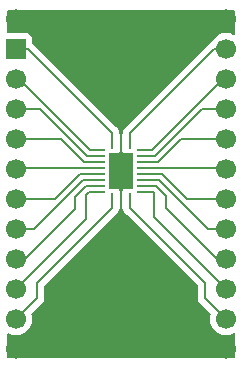
<source format=gtl>
G04 #@! TF.GenerationSoftware,KiCad,Pcbnew,9.0.6*
G04 #@! TF.CreationDate,2026-01-07T17:27:52-06:00*
G04 #@! TF.ProjectId,DHVQFN-20_4.65x3.65_P0.5,44485651-464e-42d3-9230-5f342e363578,rev?*
G04 #@! TF.SameCoordinates,Original*
G04 #@! TF.FileFunction,Copper,L1,Top*
G04 #@! TF.FilePolarity,Positive*
%FSLAX46Y46*%
G04 Gerber Fmt 4.6, Leading zero omitted, Abs format (unit mm)*
G04 Created by KiCad (PCBNEW 9.0.6) date 2026-01-07 17:27:52*
%MOMM*%
%LPD*%
G01*
G04 APERTURE LIST*
G04 #@! TA.AperFunction,SMDPad,CuDef*
%ADD10R,0.280000X1.200000*%
G04 #@! TD*
G04 #@! TA.AperFunction,SMDPad,CuDef*
%ADD11R,1.200000X0.280000*%
G04 #@! TD*
G04 #@! TA.AperFunction,SMDPad,CuDef*
%ADD12R,2.050000X3.049999*%
G04 #@! TD*
G04 #@! TA.AperFunction,ComponentPad*
%ADD13C,0.508000*%
G04 #@! TD*
G04 #@! TA.AperFunction,ComponentPad*
%ADD14C,1.700000*%
G04 #@! TD*
G04 #@! TA.AperFunction,ComponentPad*
%ADD15R,1.700000X1.700000*%
G04 #@! TD*
G04 #@! TA.AperFunction,ViaPad*
%ADD16C,0.600000*%
G04 #@! TD*
G04 #@! TA.AperFunction,Conductor*
%ADD17C,0.200000*%
G04 #@! TD*
G04 APERTURE END LIST*
D10*
X137679999Y-117128771D03*
D11*
X136505000Y-117803771D03*
X136505000Y-118303770D03*
X136505000Y-118803769D03*
X136505000Y-119303770D03*
X136505000Y-119803770D03*
X136505000Y-120303771D03*
X136505000Y-120803770D03*
X136505000Y-121303769D03*
D10*
X137679999Y-121978769D03*
X139180001Y-121978769D03*
D11*
X140355000Y-121303769D03*
X140355000Y-120803770D03*
X140355000Y-120303771D03*
X140355000Y-119803770D03*
X140355000Y-119303770D03*
X140355000Y-118803769D03*
X140355000Y-118303770D03*
X140355000Y-117803771D03*
D10*
X139180001Y-117128771D03*
D12*
X138430000Y-119553770D03*
D13*
X138036300Y-118766370D03*
X138036300Y-119553770D03*
X138036300Y-120341170D03*
X138823700Y-118766370D03*
X138823700Y-119553770D03*
X138823700Y-120341170D03*
D14*
X129540000Y-106680000D03*
D15*
X129540000Y-109220000D03*
D14*
X129540000Y-111760000D03*
X129540000Y-114300000D03*
X129540000Y-116840000D03*
X129540000Y-119380000D03*
X129540000Y-121920000D03*
X129540000Y-124460000D03*
X129540000Y-127000000D03*
X129540000Y-129540000D03*
X129540000Y-132080000D03*
X129540000Y-134620000D03*
X147320000Y-106680000D03*
X147320000Y-109220000D03*
X147320000Y-111760000D03*
X147320000Y-114300000D03*
X147320000Y-116840000D03*
X147320000Y-119380000D03*
X147320000Y-121920000D03*
X147320000Y-124460000D03*
X147320000Y-127000000D03*
X147320000Y-129540000D03*
X147320000Y-132080000D03*
X147320000Y-134620000D03*
D16*
X138430000Y-129540000D03*
X138430000Y-109220000D03*
X138430000Y-115824000D03*
X138430000Y-123190000D03*
D17*
X131318000Y-130302000D02*
X129540000Y-132080000D01*
X137679999Y-121978769D02*
X137679999Y-122670001D01*
X137679999Y-122670001D02*
X131318000Y-129032000D01*
X131318000Y-129032000D02*
X131318000Y-130302000D01*
X136505000Y-118303770D02*
X135575770Y-118303770D01*
X135575770Y-118303770D02*
X131572000Y-114300000D01*
X131572000Y-114300000D02*
X129540000Y-114300000D01*
X134958230Y-119803770D02*
X132842000Y-121920000D01*
X136505000Y-119803770D02*
X134958230Y-119803770D01*
X132842000Y-121920000D02*
X129540000Y-121920000D01*
X134500000Y-122802000D02*
X130302000Y-127000000D01*
X135482230Y-120803770D02*
X134500000Y-121786000D01*
X130302000Y-127000000D02*
X129540000Y-127000000D01*
X134500000Y-121786000D02*
X134500000Y-122802000D01*
X136505000Y-120803770D02*
X135482230Y-120803770D01*
X137679999Y-117128771D02*
X137679999Y-116343999D01*
X137679999Y-116343999D02*
X130556000Y-109220000D01*
X130556000Y-109220000D02*
X129540000Y-109220000D01*
X136505000Y-120303771D02*
X135220229Y-120303771D01*
X135220229Y-120303771D02*
X131064000Y-124460000D01*
X131064000Y-124460000D02*
X129540000Y-124460000D01*
X135837771Y-117803771D02*
X129794000Y-111760000D01*
X136505000Y-117803771D02*
X135837771Y-117803771D01*
X129794000Y-111760000D02*
X129540000Y-111760000D01*
X141022229Y-117803771D02*
X147066000Y-111760000D01*
X140355000Y-117803771D02*
X141022229Y-117803771D01*
X147066000Y-111760000D02*
X147320000Y-111760000D01*
X139180001Y-117128771D02*
X139180001Y-116343999D01*
X139180001Y-116343999D02*
X146304000Y-109220000D01*
X146304000Y-109220000D02*
X147320000Y-109220000D01*
X141284230Y-118303770D02*
X145288000Y-114300000D01*
X140355000Y-118303770D02*
X141284230Y-118303770D01*
X145288000Y-114300000D02*
X147320000Y-114300000D01*
X136505000Y-121303769D02*
X135744231Y-121303769D01*
X135500000Y-123580000D02*
X129540000Y-129540000D01*
X135500000Y-121548000D02*
X135500000Y-123580000D01*
X135744231Y-121303769D02*
X135500000Y-121548000D01*
X145796000Y-124460000D02*
X147320000Y-124460000D01*
X140355000Y-120303771D02*
X141639771Y-120303771D01*
X141639771Y-120303771D02*
X145796000Y-124460000D01*
X138430000Y-116332000D02*
X138430000Y-122809000D01*
X140355000Y-119303770D02*
X147243770Y-119303770D01*
X147243770Y-119303770D02*
X147320000Y-119380000D01*
X144018000Y-121920000D02*
X147320000Y-121920000D01*
X140355000Y-119803770D02*
X141901770Y-119803770D01*
X141901770Y-119803770D02*
X144018000Y-121920000D01*
X141546231Y-118803769D02*
X143510000Y-116840000D01*
X143510000Y-116840000D02*
X147320000Y-116840000D01*
X140355000Y-118803769D02*
X141546231Y-118803769D01*
X136505000Y-119303770D02*
X129616230Y-119303770D01*
X129616230Y-119303770D02*
X129540000Y-119380000D01*
X136505000Y-118803769D02*
X135313769Y-118803769D01*
X135313769Y-118803769D02*
X133350000Y-116840000D01*
X133350000Y-116840000D02*
X129540000Y-116840000D01*
X142250000Y-122692000D02*
X146558000Y-127000000D01*
X140355000Y-120803770D02*
X141377770Y-120803770D01*
X146558000Y-127000000D02*
X147320000Y-127000000D01*
X142250000Y-121676000D02*
X142250000Y-122692000D01*
X141377770Y-120803770D02*
X142250000Y-121676000D01*
X141250000Y-123470000D02*
X147320000Y-129540000D01*
X141250000Y-121438000D02*
X141250000Y-123470000D01*
X140355000Y-121303769D02*
X141115769Y-121303769D01*
X141115769Y-121303769D02*
X141250000Y-121438000D01*
X139180001Y-121978769D02*
X139180001Y-122670001D01*
X145542000Y-130302000D02*
X147320000Y-132080000D01*
X145542000Y-129032000D02*
X145542000Y-130302000D01*
X139180001Y-122670001D02*
X145542000Y-129032000D01*
G04 #@! TA.AperFunction,Conductor*
G36*
X138489426Y-122621482D02*
G01*
X138538832Y-122670887D01*
X138546181Y-122686979D01*
X138588255Y-122799786D01*
X138597503Y-122824579D01*
X138598160Y-122825337D01*
X138605143Y-122844762D01*
X138620421Y-122901781D01*
X138620423Y-122901784D01*
X138640358Y-122936311D01*
X138640359Y-122936315D01*
X138699476Y-123038710D01*
X138699482Y-123038718D01*
X138818350Y-123157586D01*
X138818356Y-123157591D01*
X144905181Y-129244416D01*
X144938666Y-129305739D01*
X144941500Y-129332097D01*
X144941500Y-130215330D01*
X144941499Y-130215348D01*
X144941499Y-130381054D01*
X144941498Y-130381054D01*
X144941499Y-130381057D01*
X144982423Y-130533785D01*
X144982424Y-130533786D01*
X144986298Y-130540498D01*
X144986300Y-130540500D01*
X145061477Y-130670712D01*
X145061481Y-130670717D01*
X145180349Y-130789585D01*
X145180355Y-130789590D01*
X145986241Y-131595476D01*
X146019726Y-131656799D01*
X146016492Y-131721473D01*
X146002753Y-131763757D01*
X145969500Y-131973713D01*
X145969500Y-132186286D01*
X146002753Y-132396239D01*
X146068444Y-132598414D01*
X146164951Y-132787820D01*
X146289890Y-132959786D01*
X146440213Y-133110109D01*
X146612179Y-133235048D01*
X146612181Y-133235049D01*
X146612184Y-133235051D01*
X146801588Y-133331557D01*
X147003757Y-133397246D01*
X147213713Y-133430500D01*
X147213714Y-133430500D01*
X147426286Y-133430500D01*
X147426287Y-133430500D01*
X147636243Y-133397246D01*
X147838412Y-133331557D01*
X147909205Y-133295485D01*
X147977874Y-133282590D01*
X148042614Y-133308866D01*
X148082872Y-133365972D01*
X148089500Y-133405971D01*
X148089500Y-135265500D01*
X148069815Y-135332539D01*
X148017011Y-135378294D01*
X147965500Y-135389500D01*
X128894500Y-135389500D01*
X128827461Y-135369815D01*
X128781706Y-135317011D01*
X128770500Y-135265500D01*
X128770500Y-133405971D01*
X128790185Y-133338932D01*
X128842989Y-133293177D01*
X128912147Y-133283233D01*
X128950793Y-133295485D01*
X129021588Y-133331557D01*
X129223757Y-133397246D01*
X129433713Y-133430500D01*
X129433714Y-133430500D01*
X129646286Y-133430500D01*
X129646287Y-133430500D01*
X129856243Y-133397246D01*
X130058412Y-133331557D01*
X130247816Y-133235051D01*
X130269789Y-133219086D01*
X130419786Y-133110109D01*
X130419788Y-133110106D01*
X130419792Y-133110104D01*
X130570104Y-132959792D01*
X130570106Y-132959788D01*
X130570109Y-132959786D01*
X130695048Y-132787820D01*
X130695047Y-132787820D01*
X130695051Y-132787816D01*
X130791557Y-132598412D01*
X130857246Y-132396243D01*
X130890500Y-132186287D01*
X130890500Y-131973713D01*
X130857246Y-131763757D01*
X130843506Y-131721473D01*
X130841512Y-131651635D01*
X130873755Y-131595478D01*
X131798520Y-130670716D01*
X131877577Y-130533784D01*
X131918501Y-130381057D01*
X131918501Y-130222942D01*
X131918501Y-130215339D01*
X131918500Y-130215329D01*
X131918500Y-129332096D01*
X131938185Y-129265057D01*
X131954814Y-129244420D01*
X138038505Y-123160728D01*
X138038510Y-123160725D01*
X138048713Y-123150521D01*
X138048715Y-123150521D01*
X138160519Y-123038717D01*
X138188124Y-122990903D01*
X138219628Y-122936337D01*
X138219631Y-122936329D01*
X138219640Y-122936315D01*
X138239576Y-122901786D01*
X138254855Y-122844762D01*
X138260961Y-122829513D01*
X138260694Y-122829414D01*
X138313818Y-122686981D01*
X138355689Y-122631047D01*
X138421153Y-122606630D01*
X138489426Y-122621482D01*
G37*
G04 #@! TD.AperFunction*
G04 #@! TA.AperFunction,Conductor*
G36*
X138446979Y-117762249D02*
G01*
X138473334Y-117764135D01*
X138480579Y-117769558D01*
X138489426Y-117771483D01*
X138508113Y-117790170D01*
X138529268Y-117806006D01*
X138535664Y-117817720D01*
X138538832Y-117820888D01*
X138546182Y-117836983D01*
X138596203Y-117971099D01*
X138596207Y-117971106D01*
X138682453Y-118086315D01*
X138682456Y-118086318D01*
X138797665Y-118172564D01*
X138797672Y-118172568D01*
X138842619Y-118189332D01*
X138932518Y-118222862D01*
X138992128Y-118229271D01*
X139130500Y-118229270D01*
X139137402Y-118231296D01*
X139144489Y-118230062D01*
X139170475Y-118241007D01*
X139197539Y-118248954D01*
X139202250Y-118254391D01*
X139208880Y-118257184D01*
X139224825Y-118280443D01*
X139243294Y-118301758D01*
X139245282Y-118310285D01*
X139248386Y-118314813D01*
X139252775Y-118342423D01*
X139254445Y-118349583D01*
X139254500Y-118351447D01*
X139254501Y-118491642D01*
X139260267Y-118545282D01*
X139260410Y-118550082D01*
X139259755Y-118552585D01*
X139259755Y-118567019D01*
X139254500Y-118615896D01*
X139254500Y-118615899D01*
X139254500Y-118615902D01*
X139254500Y-118991638D01*
X139254501Y-118991643D01*
X139257258Y-119017293D01*
X139259754Y-119040511D01*
X139259755Y-119040515D01*
X139259755Y-119067020D01*
X139254500Y-119115897D01*
X139254500Y-119115900D01*
X139254500Y-119115903D01*
X139254500Y-119491639D01*
X139254501Y-119491644D01*
X139259755Y-119540516D01*
X139259755Y-119567020D01*
X139254500Y-119615897D01*
X139254500Y-119615900D01*
X139254500Y-119615903D01*
X139254500Y-119991639D01*
X139254501Y-119991644D01*
X139257258Y-120017294D01*
X139259754Y-120040512D01*
X139259755Y-120040516D01*
X139259755Y-120067021D01*
X139254500Y-120115898D01*
X139254500Y-120115901D01*
X139254500Y-120115904D01*
X139254500Y-120491640D01*
X139254501Y-120491645D01*
X139259755Y-120540516D01*
X139260410Y-120557457D01*
X139260267Y-120562256D01*
X139254500Y-120615897D01*
X139254500Y-120756107D01*
X139254445Y-120757956D01*
X139244156Y-120789495D01*
X139234815Y-120821308D01*
X139233370Y-120822560D01*
X139232776Y-120824381D01*
X139207063Y-120845355D01*
X139182011Y-120867063D01*
X139179883Y-120867525D01*
X139178634Y-120868545D01*
X139171448Y-120869360D01*
X139130501Y-120878269D01*
X138992131Y-120878269D01*
X138992124Y-120878270D01*
X138932517Y-120884677D01*
X138797672Y-120934971D01*
X138797665Y-120934975D01*
X138682456Y-121021221D01*
X138682453Y-121021224D01*
X138596207Y-121136433D01*
X138596203Y-121136440D01*
X138546182Y-121270556D01*
X138504311Y-121326490D01*
X138438847Y-121350907D01*
X138370574Y-121336056D01*
X138321168Y-121286650D01*
X138313818Y-121270556D01*
X138263796Y-121136440D01*
X138263792Y-121136433D01*
X138177546Y-121021224D01*
X138177543Y-121021221D01*
X138062334Y-120934975D01*
X138062327Y-120934971D01*
X137927481Y-120884677D01*
X137927482Y-120884677D01*
X137867882Y-120878270D01*
X137867880Y-120878269D01*
X137867872Y-120878269D01*
X137867864Y-120878269D01*
X137729499Y-120878269D01*
X137722595Y-120876242D01*
X137715509Y-120877477D01*
X137689517Y-120866529D01*
X137662460Y-120858584D01*
X137657749Y-120853147D01*
X137651119Y-120850355D01*
X137635170Y-120827090D01*
X137616705Y-120805780D01*
X137614716Y-120797253D01*
X137611613Y-120792726D01*
X137607223Y-120765116D01*
X137605554Y-120757956D01*
X137605499Y-120756106D01*
X137605499Y-120615898D01*
X137599732Y-120562257D01*
X137599590Y-120557457D01*
X137600245Y-120554953D01*
X137600245Y-120540520D01*
X137605500Y-120491644D01*
X137605499Y-120115899D01*
X137605498Y-120115897D01*
X137605498Y-120115882D01*
X137600245Y-120067025D01*
X137600245Y-120040516D01*
X137605500Y-119991643D01*
X137605499Y-119615898D01*
X137600245Y-119567022D01*
X137600245Y-119540516D01*
X137605500Y-119491643D01*
X137605499Y-119115898D01*
X137605498Y-119115896D01*
X137605498Y-119115881D01*
X137600245Y-119067024D01*
X137600245Y-119040515D01*
X137605500Y-118991642D01*
X137605499Y-118615897D01*
X137600244Y-118567020D01*
X137599590Y-118550082D01*
X137599732Y-118545284D01*
X137605500Y-118491643D01*
X137605499Y-118351416D01*
X137605554Y-118349583D01*
X137615837Y-118318060D01*
X137625183Y-118286231D01*
X137626629Y-118284977D01*
X137627223Y-118283159D01*
X137652915Y-118262200D01*
X137677987Y-118240476D01*
X137680114Y-118240013D01*
X137681364Y-118238994D01*
X137688550Y-118238177D01*
X137729499Y-118229270D01*
X137867870Y-118229270D01*
X137867871Y-118229270D01*
X137927482Y-118222862D01*
X138062330Y-118172567D01*
X138177545Y-118086317D01*
X138263795Y-117971102D01*
X138313818Y-117836982D01*
X138329653Y-117815828D01*
X138342319Y-117792634D01*
X138350264Y-117788295D01*
X138355689Y-117781049D01*
X138380451Y-117771813D01*
X138403643Y-117759150D01*
X138412670Y-117759795D01*
X138421153Y-117756632D01*
X138446979Y-117762249D01*
G37*
G04 #@! TD.AperFunction*
G04 #@! TA.AperFunction,Conductor*
G36*
X148032539Y-105930185D02*
G01*
X148078294Y-105982989D01*
X148089500Y-106034500D01*
X148089500Y-107894028D01*
X148069815Y-107961067D01*
X148017011Y-108006822D01*
X147947853Y-108016766D01*
X147909206Y-108004513D01*
X147838417Y-107968445D01*
X147838414Y-107968444D01*
X147838412Y-107968443D01*
X147636243Y-107902754D01*
X147636241Y-107902753D01*
X147636240Y-107902753D01*
X147474957Y-107877208D01*
X147426287Y-107869500D01*
X147213713Y-107869500D01*
X147165042Y-107877208D01*
X147003760Y-107902753D01*
X146801585Y-107968444D01*
X146612179Y-108064951D01*
X146440213Y-108189890D01*
X146289890Y-108340213D01*
X146164949Y-108512182D01*
X146113260Y-108613626D01*
X146100822Y-108626794D01*
X146092521Y-108642898D01*
X146065665Y-108664017D01*
X146065285Y-108664421D01*
X146064778Y-108664716D01*
X146037858Y-108680259D01*
X146022095Y-108689360D01*
X145978689Y-108714420D01*
X145935285Y-108739479D01*
X145935282Y-108739481D01*
X138699482Y-115975281D01*
X138699481Y-115975283D01*
X138665410Y-116034297D01*
X138649362Y-116062093D01*
X138649360Y-116062094D01*
X138649360Y-116062095D01*
X138620426Y-116112208D01*
X138620425Y-116112209D01*
X138607932Y-116158834D01*
X138579500Y-116264942D01*
X138579500Y-116264944D01*
X138579500Y-116308856D01*
X138576949Y-116317541D01*
X138578238Y-116326503D01*
X138571682Y-116352189D01*
X138546182Y-116420558D01*
X138504311Y-116476492D01*
X138438847Y-116500909D01*
X138370574Y-116486057D01*
X138321168Y-116436652D01*
X138313818Y-116420558D01*
X138288318Y-116352189D01*
X138280500Y-116308856D01*
X138280500Y-116264944D01*
X138280500Y-116264942D01*
X138239576Y-116112214D01*
X138210638Y-116062094D01*
X138160519Y-115975283D01*
X138048715Y-115863479D01*
X138048714Y-115863478D01*
X138044384Y-115859148D01*
X138044373Y-115859138D01*
X131043590Y-108858355D01*
X131036521Y-108851286D01*
X131036520Y-108851284D01*
X130926815Y-108741579D01*
X130893333Y-108680259D01*
X130890499Y-108653901D01*
X130890499Y-108322129D01*
X130890498Y-108322123D01*
X130884091Y-108262516D01*
X130833797Y-108127671D01*
X130833793Y-108127664D01*
X130747547Y-108012455D01*
X130747544Y-108012452D01*
X130632335Y-107926206D01*
X130632328Y-107926202D01*
X130497482Y-107875908D01*
X130497483Y-107875908D01*
X130437883Y-107869501D01*
X130437881Y-107869500D01*
X130437873Y-107869500D01*
X130437865Y-107869500D01*
X128894500Y-107869500D01*
X128827461Y-107849815D01*
X128781706Y-107797011D01*
X128770500Y-107745500D01*
X128770500Y-106034500D01*
X128790185Y-105967461D01*
X128842989Y-105921706D01*
X128894500Y-105910500D01*
X147965500Y-105910500D01*
X148032539Y-105930185D01*
G37*
G04 #@! TD.AperFunction*
M02*

</source>
